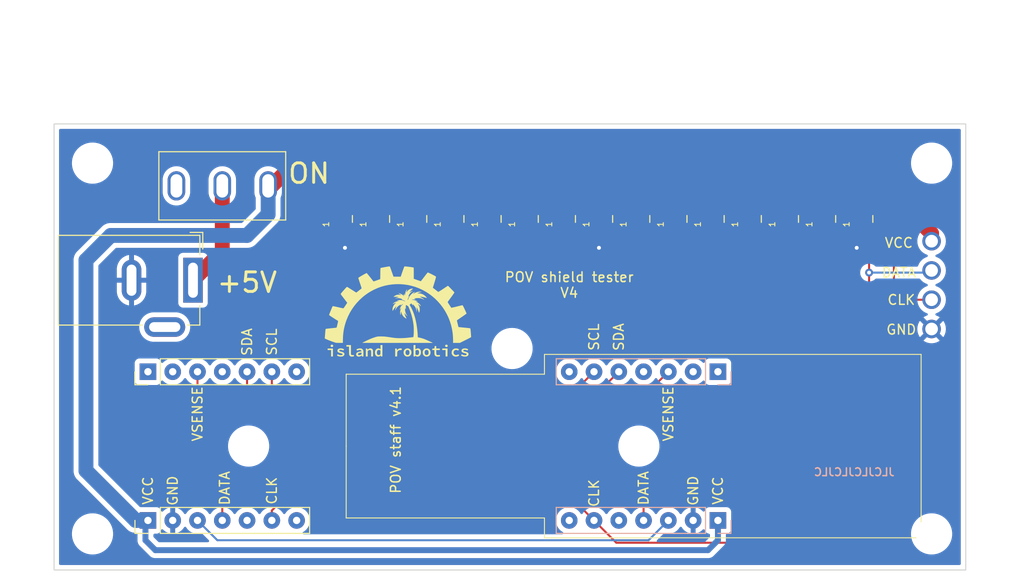
<source format=kicad_pcb>
(kicad_pcb (version 20211014) (generator pcbnew)
  (layers (0 "F.Cu" signal) (31 "B.Cu" signal) (34 "B.Paste" user) (35 "F.Paste" user) (36 "B.SilkS" user "B.Silkscreen") (37 "F.SilkS" user "F.Silkscreen") (38 "B.Mask" user) (39 "F.Mask" user) (44 "Edge.Cuts" user))
  (net 0 "")
  (net 1 "GNDREF")
  (net 2 "+3V3")
  (net 5 "/DATA")
  (net 6 "/CLK")
  (net 8 "/VSENSE")
  (net 17 "VCC")
  (net 19 "/SDA")
  (net 20 "/SCL")
  (net 21 "Net-(D1-Pad1)")
  (net 22 "Net-(D1-Pad6)")
  (net 23 "Net-(D2-Pad1)")
  (net 24 "Net-(D2-Pad6)")
  (net 25 "Net-(D3-Pad1)")
  (net 26 "Net-(D3-Pad6)")
  (net 27 "Net-(D4-Pad1)")
  (net 28 "Net-(D4-Pad6)")
  (net 29 "Net-(D5-Pad1)")
  (net 30 "Net-(D5-Pad6)")
  (net 31 "Net-(D6-Pad1)")
  (net 32 "Net-(D6-Pad6)")
  (net 33 "Net-(D7-Pad1)")
  (net 34 "Net-(D7-Pad6)")
  (net 35 "Net-(D8-Pad1)")
  (net 36 "Net-(D8-Pad6)")
  (net 37 "Net-(D10-Pad3)")
  (net 38 "Net-(D10-Pad4)")
  (net 39 "Net-(D10-Pad1)")
  (net 40 "Net-(D10-Pad6)")
  (net 41 "Net-(D11-Pad1)")
  (net 42 "Net-(D11-Pad6)")
  (net 43 "Net-(D12-Pad1)")
  (net 44 "Net-(D12-Pad6)")
  (net 45 "Net-(D13-Pad1)")
  (net 46 "Net-(D13-Pad6)")
  (net 47 "Net-(D14-Pad1)")
  (net 48 "Net-(D14-Pad6)")
  (net 52 "Net-(J6-Pad1)")
  (footprint "Shurik:SW_XKB_SS12D10L3" (layer "F.Cu") (at 63.5 74.93 180)
    (fp_text reference "SW1" hide)
    (fp_text value "SW_SPDT")
    (pad "1" thru_hole oval (at -4.7 0 180) (size 1.8 3) (drill oval 1.2 2.4) (layers *.Cu *.Mask) (net 17 "VCC"))
    (pad "2" thru_hole oval (at 0 0 180) (size 1.8 3) (drill oval 1.2 2.4) (layers *.Cu *.Mask) (net 52 "Net-(J6-Pad1)"))
    (pad "3" thru_hole oval (at 4.7 0 180) (size 1.8 3) (drill oval 1.2 2.4) (layers *.Cu *.Mask))
  )
  (footprint "Shurik:LED-SK9822-2020" (layer "F.Cu") (at 98.298 77.47 90)
    (fp_text reference "D9" hide)
    (fp_text value "SK9822-2020")
    (fp_text user "1" (at -1.4 -1.3 90) (layer "F.SilkS") (effects (font (size 0.6 0.6) (thickness 0.1))))
    (pad "1" smd rect (at -0.65 -0.8 90) (size 0.7 0.4) (layers "F.Cu" "F.Paste" "F.Mask") (net 37 "Net-(D10-Pad3)"))
    (pad "2" smd rect (at -0.65 0 90) (size 0.7 0.4) (layers "F.Cu" "F.Paste" "F.Mask") (net 1 "GNDREF"))
    (pad "3" smd rect (at -0.65 0.8 90) (size 0.7 0.4) (layers "F.Cu" "F.Paste" "F.Mask") (net 35 "Net-(D8-Pad1)"))
    (pad "4" smd rect (at 0.65 0.8 90) (size 0.7 0.4) (layers "F.Cu" "F.Paste" "F.Mask") (net 36 "Net-(D8-Pad6)"))
    (pad "5" smd rect (at 0.65 0 90) (size 0.7 0.4) (layers "F.Cu" "F.Paste" "F.Mask") (net 17 "VCC"))
    (pad "6" smd rect (at 0.65 -0.8 90) (size 0.7 0.4) (layers "F.Cu" "F.Paste" "F.Mask") (net 38 "Net-(D10-Pad4)"))
  )
  (footprint "Shurik:LED-SK9822-2020" (layer "F.Cu") (at 83.058 77.47 90)
    (fp_text reference "D13" hide)
    (fp_text value "SK9822-2020")
    (fp_text user "1" (at -1.4 -1.3 90) (layer "F.SilkS") (effects (font (size 0.6 0.6) (thickness 0.1))))
    (pad "1" smd rect (at -0.65 -0.8 90) (size 0.7 0.4) (layers "F.Cu" "F.Paste" "F.Mask") (net 45 "Net-(D13-Pad1)"))
    (pad "2" smd rect (at -0.65 0 90) (size 0.7 0.4) (layers "F.Cu" "F.Paste" "F.Mask") (net 1 "GNDREF"))
    (pad "3" smd rect (at -0.65 0.8 90) (size 0.7 0.4) (layers "F.Cu" "F.Paste" "F.Mask") (net 43 "Net-(D12-Pad1)"))
    (pad "4" smd rect (at 0.65 0.8 90) (size 0.7 0.4) (layers "F.Cu" "F.Paste" "F.Mask") (net 44 "Net-(D12-Pad6)"))
    (pad "5" smd rect (at 0.65 0 90) (size 0.7 0.4) (layers "F.Cu" "F.Paste" "F.Mask") (net 17 "VCC"))
    (pad "6" smd rect (at 0.65 -0.8 90) (size 0.7 0.4) (layers "F.Cu" "F.Paste" "F.Mask") (net 46 "Net-(D13-Pad6)"))
  )
  (footprint "Shurik:my_logo" (layer "F.Cu") (at 81.5 87.8)
    (fp_text reference "G***" hide)
    (fp_text value "LOGO" hide)
  )
  (footprint "MountingHole:MountingHole_3.2mm_M3" (layer "F.Cu") (at 106.2 101.6)
    (fp_text reference "REF**" hide)
    (fp_text value "MountingHole_3.2mm_M3")
    (pad "" np_thru_hole circle (at 0 0) (size 3.2 3.2) (drill 3.2) (layers *.Cu *.Mask))
  )
  (footprint "Connector_BarrelJack:BarrelJack_GCT_DCJ200-10-A_Horizontal" (layer "F.Cu") (at 60.5 84.6 -90)
    (fp_text reference "J6" hide)
    (fp_text value "Barrel_Jack_Switch")
    (pad "1" thru_hole rect (at 0 0 270) (size 4.6 2) (drill oval 3.6 1) (layers *.Cu *.Mask) (net 52 "Net-(J6-Pad1)"))
    (pad "2" thru_hole oval (at 0 6.3 270) (size 4.2 2) (drill oval 3.2 1) (layers *.Cu *.Mask) (net 1 "GNDREF"))
    (pad "3" thru_hole oval (at 4.8 2.9 270) (size 2 4.2) (drill oval 1 3.2) (layers *.Cu *.Mask))
  )
  (footprint "MountingHole:MountingHole_3.2mm_M3" (layer "F.Cu") (at 93.2 91.6)
    (fp_text reference "REF**" hide)
    (fp_text value "MountingHole_3.2mm_M3")
    (pad "" np_thru_hole circle (at 0 0) (size 3.2 3.2) (drill 3.2) (layers *.Cu *.Mask))
  )
  (footprint "MountingHole:MountingHole_3.2mm_M3" (layer "F.Cu") (at 50.2 110.6)
    (fp_text reference "REF**" hide)
    (fp_text value "MountingHole_3.2mm_M3")
    (pad "" np_thru_hole circle (at 0 0) (size 3.2 3.2) (drill 3.2) (layers *.Cu *.Mask))
  )
  (footprint "Shurik:LED-SK9822-2020" (layer "F.Cu") (at 102.108 77.47 90)
    (fp_text reference "D8" hide)
    (fp_text value "SK9822-2020")
    (fp_text user "1" (at -1.4 -1.3 90) (layer "F.SilkS") (effects (font (size 0.6 0.6) (thickness 0.1))))
    (pad "1" smd rect (at -0.65 -0.8 90) (size 0.7 0.4) (layers "F.Cu" "F.Paste" "F.Mask") (net 35 "Net-(D8-Pad1)"))
    (pad "2" smd rect (at -0.65 0 90) (size 0.7 0.4) (layers "F.Cu" "F.Paste" "F.Mask") (net 1 "GNDREF"))
    (pad "3" smd rect (at -0.65 0.8 90) (size 0.7 0.4) (layers "F.Cu" "F.Paste" "F.Mask") (net 33 "Net-(D7-Pad1)"))
    (pad "4" smd rect (at 0.65 0.8 90) (size 0.7 0.4) (layers "F.Cu" "F.Paste" "F.Mask") (net 34 "Net-(D7-Pad6)"))
    (pad "5" smd rect (at 0.65 0 90) (size 0.7 0.4) (layers "F.Cu" "F.Paste" "F.Mask") (net 17 "VCC"))
    (pad "6" smd rect (at 0.65 -0.8 90) (size 0.7 0.4) (layers "F.Cu" "F.Paste" "F.Mask") (net 36 "Net-(D8-Pad6)"))
  )
  (footprint "shurik-personal:PogoPinHeader_1x07_P2.54mm_Vertical" (layer "F.Cu") (at 55.88 109.22 90)
    (fp_text reference "J4" hide)
    (fp_text value "Conn_01x07")
    (pad "1" thru_hole rect (at 0 0 90) (size 1.7 1.7) (drill 0.75) (layers *.Cu *.Mask) (net 17 "VCC"))
    (pad "2" thru_hole oval (at 0 2.54 90) (size 1.7 1.7) (drill 0.75) (layers *.Cu *.Mask) (net 1 "GNDREF"))
    (pad "3" thru_hole oval (at 0 5.08 90) (size 1.7 1.7) (drill 0.75) (layers *.Cu *.Mask) (net 2 "+3V3"))
    (pad "4" thru_hole oval (at 0 7.62 90) (size 1.7 1.7) (drill 0.75) (layers *.Cu *.Mask) (net 5 "/DATA"))
    (pad "5" thru_hole oval (at 0 10.16 90) (size 1.7 1.7) (drill 0.75) (layers *.Cu *.Mask))
    (pad "6" thru_hole oval (at 0 12.7 90) (size 1.7 1.7) (drill 0.75) (layers *.Cu *.Mask) (net 6 "/CLK"))
    (pad "7" thru_hole oval (at 0 15.24 90) (size 1.7 1.7) (drill 0.75) (layers *.Cu *.Mask))
  )
  (footprint "Shurik:LED-SK9822-2020" (layer "F.Cu") (at 121.158 77.47 90)
    (fp_text reference "D3" hide)
    (fp_text value "SK9822-2020")
    (fp_text user "1" (at -1.4 -1.3 90) (layer "F.SilkS") (effects (font (size 0.6 0.6) (thickness 0.1))))
    (pad "1" smd rect (at -0.65 -0.8 90) (size 0.7 0.4) (layers "F.Cu" "F.Paste" "F.Mask") (net 25 "Net-(D3-Pad1)"))
    (pad "2" smd rect (at -0.65 0 90) (size 0.7 0.4) (layers "F.Cu" "F.Paste" "F.Mask") (net 1 "GNDREF"))
    (pad "3" smd rect (at -0.65 0.8 90) (size 0.7 0.4) (layers "F.Cu" "F.Paste" "F.Mask") (net 23 "Net-(D2-Pad1)"))
    (pad "4" smd rect (at 0.65 0.8 90) (size 0.7 0.4) (layers "F.Cu" "F.Paste" "F.Mask") (net 24 "Net-(D2-Pad6)"))
    (pad "5" smd rect (at 0.65 0 90) (size 0.7 0.4) (layers "F.Cu" "F.Paste" "F.Mask") (net 17 "VCC"))
    (pad "6" smd rect (at 0.65 -0.8 90) (size 0.7 0.4) (layers "F.Cu" "F.Paste" "F.Mask") (net 26 "Net-(D3-Pad6)"))
  )
  (footprint "MountingHole:MountingHole_3.2mm_M3" (layer "F.Cu") (at 136.2 110.6)
    (fp_text reference "REF**" hide)
    (fp_text value "MountingHole_3.2mm_M3")
    (pad "" np_thru_hole circle (at 0 0) (size 3.2 3.2) (drill 3.2) (layers *.Cu *.Mask))
  )
  (footprint "Shurik:LED-SK9822-2020" (layer "F.Cu") (at 75.438 77.47 90)
    (fp_text reference "D15" hide)
    (fp_text value "SK9822-2020")
    (fp_text user "1" (at -1.4 -1.3 90) (layer "F.SilkS") (effects (font (size 0.6 0.6) (thickness 0.1))))
    (pad "1" smd rect (at -0.65 -0.8 90) (size 0.7 0.4) (layers "F.Cu" "F.Paste" "F.Mask"))
    (pad "2" smd rect (at -0.65 0 90) (size 0.7 0.4) (layers "F.Cu" "F.Paste" "F.Mask") (net 1 "GNDREF"))
    (pad "3" smd rect (at -0.65 0.8 90) (size 0.7 0.4) (layers "F.Cu" "F.Paste" "F.Mask") (net 47 "Net-(D14-Pad1)"))
    (pad "4" smd rect (at 0.65 0.8 90) (size 0.7 0.4) (layers "F.Cu" "F.Paste" "F.Mask") (net 48 "Net-(D14-Pad6)"))
    (pad "5" smd rect (at 0.65 0 90) (size 0.7 0.4) (layers "F.Cu" "F.Paste" "F.Mask") (net 17 "VCC"))
    (pad "6" smd rect (at 0.65 -0.8 90) (size 0.7 0.4) (layers "F.Cu" "F.Paste" "F.Mask"))
  )
  (footprint "Shurik:LED-SK9822-2020" (layer "F.Cu") (at 128.778 77.47 90)
    (fp_text reference "D1" hide)
    (fp_text value "SK9822-2020")
    (fp_text user "1" (at -1.4 -1.3 90) (layer "F.SilkS") (effects (font (size 0.6 0.6) (thickness 0.1))))
    (pad "1" smd rect (at -0.65 -0.8 90) (size 0.7 0.4) (layers "F.Cu" "F.Paste" "F.Mask") (net 21 "Net-(D1-Pad1)"))
    (pad "2" smd rect (at -0.65 0 90) (size 0.7 0.4) (layers "F.Cu" "F.Paste" "F.Mask") (net 1 "GNDREF"))
    (pad "3" smd rect (at -0.65 0.8 90) (size 0.7 0.4) (layers "F.Cu" "F.Paste" "F.Mask") (net 5 "/DATA"))
    (pad "4" smd rect (at 0.65 0.8 90) (size 0.7 0.4) (layers "F.Cu" "F.Paste" "F.Mask") (net 6 "/CLK"))
    (pad "5" smd rect (at 0.65 0 90) (size 0.7 0.4) (layers "F.Cu" "F.Paste" "F.Mask") (net 17 "VCC"))
    (pad "6" smd rect (at 0.65 -0.8 90) (size 0.7 0.4) (layers "F.Cu" "F.Paste" "F.Mask") (net 22 "Net-(D1-Pad6)"))
  )
  (footprint "Shurik:LED-SK9822-2020" (layer "F.Cu") (at 79.248 77.47 90)
    (fp_text reference "D14" hide)
    (fp_text value "SK9822-2020")
    (fp_text user "1" (at -1.4 -1.3 90) (layer "F.SilkS") (effects (font (size 0.6 0.6) (thickness 0.1))))
    (pad "1" smd rect (at -0.65 -0.8 90) (size 0.7 0.4) (layers "F.Cu" "F.Paste" "F.Mask") (net 47 "Net-(D14-Pad1)"))
    (pad "2" smd rect (at -0.65 0 90) (size 0.7 0.4) (layers "F.Cu" "F.Paste" "F.Mask") (net 1 "GNDREF"))
    (pad "3" smd rect (at -0.65 0.8 90) (size 0.7 0.4) (layers "F.Cu" "F.Paste" "F.Mask") (net 45 "Net-(D13-Pad1)"))
    (pad "4" smd rect (at 0.65 0.8 90) (size 0.7 0.4) (layers "F.Cu" "F.Paste" "F.Mask") (net 46 "Net-(D13-Pad6)"))
    (pad "5" smd rect (at 0.65 0 90) (size 0.7 0.4) (layers "F.Cu" "F.Paste" "F.Mask") (net 17 "VCC"))
    (pad "6" smd rect (at 0.65 -0.8 90) (size 0.7 0.4) (layers "F.Cu" "F.Paste" "F.Mask") (net 48 "Net-(D14-Pad6)"))
  )
  (footprint "shurik-personal:connector-4p-large-nosilk" (layer "F.Cu") (at 136.2 80.6)
    (fp_text reference "J5" hide)
    (fp_text value "Conn_01x04")
    (pad "1" thru_hole circle (at 0 0) (size 1.9 1.9) (drill 1.3) (layers *.Cu *.Mask) (net 17 "VCC"))
    (pad "2" thru_hole circle (at 0 3) (size 1.9 1.9) (drill 1.3) (layers *.Cu *.Mask) (net 5 "/DATA"))
    (pad "3" thru_hole circle (at 0 6) (size 1.9 1.9) (drill 1.3) (layers *.Cu *.Mask) (net 6 "/CLK"))
    (pad "4" thru_hole circle (at 0 9) (size 1.9 1.9) (drill 1.3) (layers *.Cu *.Mask) (net 1 "GNDREF"))
  )
  (footprint "shurik-personal:PogoPinHeader_1x07_P2.54mm_Vertical" (layer "F.Cu") (at 55.88 93.98 90)
    (fp_text reference "J2" hide)
    (fp_text value "Conn_01x07")
    (pad "1" thru_hole rect (at 0 0 90) (size 1.7 1.7) (drill 0.75) (layers *.Cu *.Mask))
    (pad "2" thru_hole oval (at 0 2.54 90) (size 1.7 1.7) (drill 0.75) (layers *.Cu *.Mask))
    (pad "3" thru_hole oval (at 0 5.08 90) (size 1.7 1.7) (drill 0.75) (layers *.Cu *.Mask) (net 8 "/VSENSE"))
    (pad "4" thru_hole oval (at 0 7.62 90) (size 1.7 1.7) (drill 0.75) (layers *.Cu *.Mask))
    (pad "5" thru_hole oval (at 0 10.16 90) (size 1.7 1.7) (drill 0.75) (layers *.Cu *.Mask) (net 19 "/SDA"))
    (pad "6" thru_hole oval (at 0 12.7 90) (size 1.7 1.7) (drill 0.75) (layers *.Cu *.Mask) (net 20 "/SCL"))
    (pad "7" thru_hole oval (at 0 15.24 90) (size 1.7 1.7) (drill 0.75) (layers *.Cu *.Mask))
  )
  (footprint "MountingHole:MountingHole_3.2mm_M3" (layer "F.Cu") (at 66.2 101.6)
    (fp_text reference "REF**" hide)
    (fp_text value "MountingHole_3.2mm_M3")
    (pad "" np_thru_hole circle (at 0 0) (size 3.2 3.2) (drill 3.2) (layers *.Cu *.Mask))
  )
  (footprint "Shurik:LED-SK9822-2020" (layer "F.Cu") (at 86.868 77.47 90)
    (fp_text reference "D12" hide)
    (fp_text value "SK9822-2020")
    (fp_text user "1" (at -1.4 -1.3 90) (layer "F.SilkS") (effects (font (size 0.6 0.6) (thickness 0.1))))
    (pad "1" smd rect (at -0.65 -0.8 90) (size 0.7 0.4) (layers "F.Cu" "F.Paste" "F.Mask") (net 43 "Net-(D12-Pad1)"))
    (pad "2" smd rect (at -0.65 0 90) (size 0.7 0.4) (layers "F.Cu" "F.Paste" "F.Mask") (net 1 "GNDREF"))
    (pad "3" smd rect (at -0.65 0.8 90) (size 0.7 0.4) (layers "F.Cu" "F.Paste" "F.Mask") (net 41 "Net-(D11-Pad1)"))
    (pad "4" smd rect (at 0.65 0.8 90) (size 0.7 0.4) (layers "F.Cu" "F.Paste" "F.Mask") (net 42 "Net-(D11-Pad6)"))
    (pad "5" smd rect (at 0.65 0 90) (size 0.7 0.4) (layers "F.Cu" "F.Paste" "F.Mask") (net 17 "VCC"))
    (pad "6" smd rect (at 0.65 -0.8 90) (size 0.7 0.4) (layers "F.Cu" "F.Paste" "F.Mask") (net 44 "Net-(D12-Pad6)"))
  )
  (footprint "Shurik:LED-SK9822-2020" (layer "F.Cu") (at 124.968 77.47 90)
    (fp_text reference "D2" hide)
    (fp_text value "SK9822-2020")
    (fp_text user "1" (at -1.4 -1.3 90) (layer "F.SilkS") (effects (font (size 0.6 0.6) (thickness 0.1))))
    (pad "1" smd rect (at -0.65 -0.8 90) (size 0.7 0.4) (layers "F.Cu" "F.Paste" "F.Mask") (net 23 "Net-(D2-Pad1)"))
    (pad "2" smd rect (at -0.65 0 90) (size 0.7 0.4) (layers "F.Cu" "F.Paste" "F.Mask") (net 1 "GNDREF"))
    (pad "3" smd rect (at -0.65 0.8 90) (size 0.7 0.4) (layers "F.Cu" "F.Paste" "F.Mask") (net 21 "Net-(D1-Pad1)"))
    (pad "4" smd rect (at 0.65 0.8 90) (size 0.7 0.4) (layers "F.Cu" "F.Paste" "F.Mask") (net 22 "Net-(D1-Pad6)"))
    (pad "5" smd rect (at 0.65 0 90) (size 0.7 0.4) (layers "F.Cu" "F.Paste" "F.Mask") (net 17 "VCC"))
    (pad "6" smd rect (at 0.65 -0.8 90) (size 0.7 0.4) (layers "F.Cu" "F.Paste" "F.Mask") (net 24 "Net-(D2-Pad6)"))
  )
  (footprint "Shurik:LED-SK9822-2020" (layer "F.Cu") (at 113.538 77.47 90)
    (fp_text reference "D5" hide)
    (fp_text value "SK9822-2020")
    (fp_text user "1" (at -1.4 -1.3 90) (layer "F.SilkS") (effects (font (size 0.6 0.6) (thickness 0.1))))
    (pad "1" smd rect (at -0.65 -0.8 90) (size 0.7 0.4) (layers "F.Cu" "F.Paste" "F.Mask") (net 29 "Net-(D5-Pad1)"))
    (pad "2" smd rect (at -0.65 0 90) (size 0.7 0.4) (layers "F.Cu" "F.Paste" "F.Mask") (net 1 "GNDREF"))
    (pad "3" smd rect (at -0.65 0.8 90) (size 0.7 0.4) (layers "F.Cu" "F.Paste" "F.Mask") (net 27 "Net-(D4-Pad1)"))
    (pad "4" smd rect (at 0.65 0.8 90) (size 0.7 0.4) (layers "F.Cu" "F.Paste" "F.Mask") (net 28 "Net-(D4-Pad6)"))
    (pad "5" smd rect (at 0.65 0 90) (size 0.7 0.4) (layers "F.Cu" "F.Paste" "F.Mask") (net 17 "VCC"))
    (pad "6" smd rect (at 0.65 -0.8 90) (size 0.7 0.4) (layers "F.Cu" "F.Paste" "F.Mask") (net 30 "Net-(D5-Pad6)"))
  )
  (footprint "MountingHole:MountingHole_3.2mm_M3" (layer "F.Cu") (at 50.2 72.6)
    (fp_text reference "REF**" hide)
    (fp_text value "MountingHole_3.2mm_M3")
    (pad "" np_thru_hole circle (at 0 0) (size 3.2 3.2) (drill 3.2) (layers *.Cu *.Mask))
  )
  (footprint "MountingHole:MountingHole_3.2mm_M3" (layer "F.Cu") (at 136.2 72.6)
    (fp_text reference "REF**" hide)
    (fp_text value "MountingHole_3.2mm_M3")
    (pad "" np_thru_hole circle (at 0 0) (size 3.2 3.2) (drill 3.2) (layers *.Cu *.Mask))
  )
  (footprint "Shurik:LED-SK9822-2020" (layer "F.Cu") (at 105.918 77.47 90)
    (fp_text reference "D7" hide)
    (fp_text value "SK9822-2020")
    (fp_text user "1" (at -1.4 -1.3 90) (layer "F.SilkS") (effects (font (size 0.6 0.6) (thickness 0.1))))
    (pad "1" smd rect (at -0.65 -0.8 90) (size 0.7 0.4) (layers "F.Cu" "F.Paste" "F.Mask") (net 33 "Net-(D7-Pad1)"))
    (pad "2" smd rect (at -0.65 0 90) (size 0.7 0.4) (layers "F.Cu" "F.Paste" "F.Mask") (net 1 "GNDREF"))
    (pad "3" smd rect (at -0.65 0.8 90) (size 0.7 0.4) (layers "F.Cu" "F.Paste" "F.Mask") (net 31 "Net-(D6-Pad1)"))
    (pad "4" smd rect (at 0.65 0.8 90) (size 0.7 0.4) (layers "F.Cu" "F.Paste" "F.Mask") (net 32 "Net-(D6-Pad6)"))
    (pad "5" smd rect (at 0.65 0 90) (size 0.7 0.4) (layers "F.Cu" "F.Paste" "F.Mask") (net 17 "VCC"))
    (pad "6" smd rect (at 0.65 -0.8 90) (size 0.7 0.4) (layers "F.Cu" "F.Paste" "F.Mask") (net 34 "Net-(D7-Pad6)"))
  )
  (footprint "Shurik:LED-SK9822-2020" (layer "F.Cu") (at 90.678 77.47 90)
    (fp_text reference "D11" hide)
    (fp_text value "SK9822-2020")
    (fp_text user "1" (at -1.4 -1.3 90) (layer "F.SilkS") (effects (font (size 0.6 0.6) (thickness 0.1))))
    (pad "1" smd rect (at -0.65 -0.8 90) (size 0.7 0.4) (layers "F.Cu" "F.Paste" "F.Mask") (net 41 "Net-(D11-Pad1)"))
    (pad "2" smd rect (at -0.65 0 90) (size 0.7 0.4) (layers "F.Cu" "F.Paste" "F.Mask") (net 1 "GNDREF"))
    (pad "3" smd rect (at -0.65 0.8 90) (size 0.7 0.4) (layers "F.Cu" "F.Paste" "F.Mask") (net 39 "Net-(D10-Pad1)"))
    (pad "4" smd rect (at 0.65 0.8 90) (size 0.7 0.4) (layers "F.Cu" "F.Paste" "F.Mask") (net 40 "Net-(D10-Pad6)"))
    (pad "5" smd rect (at 0.65 0 90) (size 0.7 0.4) (layers "F.Cu" "F.Paste" "F.Mask") (net 17 "VCC"))
    (pad "6" smd rect (at 0.65 -0.8 90) (size 0.7 0.4) (layers "F.Cu" "F.Paste" "F.Mask") (net 42 "Net-(D11-Pad6)"))
  )
  (footprint "Shurik:LED-SK9822-2020" (layer "F.Cu") (at 117.348 77.47 90)
    (fp_text reference "D4" hide)
    (fp_text value "SK9822-2020")
    (fp_text user "1" (at -1.4 -1.3 90) (layer "F.SilkS") (effects (font (size 0.6 0.6) (thickness 0.1))))
    (pad "1" smd rect (at -0.65 -0.8 90) (size 0.7 0.4) (layers "F.Cu" "F.Paste" "F.Mask") (net 27 "Net-(D4-Pad1)"))
    (pad "2" smd rect (at -0.65 0 90) (size 0.7 0.4) (layers "F.Cu" "F.Paste" "F.Mask") (net 1 "GNDREF"))
    (pad "3" smd rect (at -0.65 0.8 90) (size 0.7 0.4) (layers "F.Cu" "F.Paste" "F.Mask") (net 25 "Net-(D3-Pad1)"))
    (pad "4" smd rect (at 0.65 0.8 90) (size 0.7 0.4) (layers "F.Cu" "F.Paste" "F.Mask") (net 26 "Net-(D3-Pad6)"))
    (pad "5" smd rect (at 0.65 0 90) (size 0.7 0.4) (layers "F.Cu" "F.Paste" "F.Mask") (net 17 "VCC"))
    (pad "6" smd rect (at 0.65 -0.8 90) (size 0.7 0.4) (layers "F.Cu" "F.Paste" "F.Mask") (net 28 "Net-(D4-Pad6)"))
  )
  (footprint "Shurik:LED-SK9822-2020" (layer "F.Cu") (at 94.488 77.47 90)
    (fp_text reference "D10" hide)
    (fp_text value "SK9822-2020")
    (fp_text user "1" (at -1.4 -1.3 90) (layer "F.SilkS") (effects (font (size 0.6 0.6) (thickness 0.1))))
    (pad "1" smd rect (at -0.65 -0.8 90) (size 0.7 0.4) (layers "F.Cu" "F.Paste" "F.Mask") (net 39 "Net-(D10-Pad1)"))
    (pad "2" smd rect (at -0.65 0 90) (size 0.7 0.4) (layers "F.Cu" "F.Paste" "F.Mask") (net 1 "GNDREF"))
    (pad "3" smd rect (at -0.65 0.8 90) (size 0.7 0.4) (layers "F.Cu" "F.Paste" "F.Mask") (net 37 "Net-(D10-Pad3)"))
    (pad "4" smd rect (at 0.65 0.8 90) (size 0.7 0.4) (layers "F.Cu" "F.Paste" "F.Mask") (net 38 "Net-(D10-Pad4)"))
    (pad "5" smd rect (at 0.65 0 90) (size 0.7 0.4) (layers "F.Cu" "F.Paste" "F.Mask") (net 17 "VCC"))
    (pad "6" smd rect (at 0.65 -0.8 90) (size 0.7 0.4) (layers "F.Cu" "F.Paste" "F.Mask") (net 40 "Net-(D10-Pad6)"))
  )
  (footprint "Shurik:LED-SK9822-2020" (layer "F.Cu") (at 109.728 77.47 90)
    (fp_text reference "D6" hide)
    (fp_text value "SK9822-2020")
    (fp_text user "1" (at -1.4 -1.3 90) (layer "F.SilkS") (effects (font (size 0.6 0.6) (thickness 0.1))))
    (pad "1" smd rect (at -0.65 -0.8 90) (size 0.7 0.4) (layers "F.Cu" "F.Paste" "F.Mask") (net 31 "Net-(D6-Pad1)"))
    (pad "2" smd rect (at -0.65 0 90) (size 0.7 0.4) (layers "F.Cu" "F.Paste" "F.Mask") (net 1 "GNDREF"))
    (pad "3" smd rect (at -0.65 0.8 90) (size 0.7 0.4) (layers "F.Cu" "F.Paste" "F.Mask") (net 29 "Net-(D5-Pad1)"))
    (pad "4" smd rect (at 0.65 0.8 90) (size 0.7 0.4) (layers "F.Cu" "F.Paste" "F.Mask") (net 30 "Net-(D5-Pad6)"))
    (pad "5" smd rect (at 0.65 0 90) (size 0.7 0.4) (layers "F.Cu" "F.Paste" "F.Mask") (net 17 "VCC"))
    (pad "6" smd rect (at 0.65 -0.8 90) (size 0.7 0.4) (layers "F.Cu" "F.Paste" "F.Mask") (net 32 "Net-(D6-Pad6)"))
  )
  (footprint "shurik-personal:PogoPinHeader_1x07_P2.54mm_Vertical" (layer "B.Cu") (at 114.3 109.22 90)
    (fp_text reference "J3" hide)
    (fp_text value "Conn_01x07")
    (pad "1" thru_hole rect (at 0 0 90) (size 1.7 1.7) (drill 0.75) (layers *.Cu *.Mask) (net 17 "VCC"))
    (pad "2" thru_hole oval (at 0 -2.54 90) (size 1.7 1.7) (drill 0.75) (layers *.Cu *.Mask) (net 1 "GNDREF"))
    (pad "3" thru_hole oval (at 0 -5.08 90) (size 1.7 1.7) (drill 0.75) (layers *.Cu *.Mask) (net 2 "+3V3"))
    (pad "4" thru_hole oval (at 0 -7.62 90) (size 1.7 1.7) (drill 0.75) (layers *.Cu *.Mask) (net 5 "/DATA"))
    (pad "5" thru_hole oval (at 0 -10.16 90) (size 1.7 1.7) (drill 0.75) (layers *.Cu *.Mask))
    (pad "6" thru_hole oval (at 0 -12.7 90) (size 1.7 1.7) (drill 0.75) (layers *.Cu *.Mask) (net 6 "/CLK"))
    (pad "7" thru_hole oval (at 0 -15.24 90) (size 1.7 1.7) (drill 0.75) (layers *.Cu *.Mask))
  )
  (footprint "shurik-personal:PogoPinHeader_1x07_P2.54mm_Vertical" (layer "B.Cu") (at 114.3 93.98 90)
    (fp_text reference "J1" hide)
    (fp_text value "Conn_01x07")
    (pad "1" thru_hole rect (at 0 0 90) (size 1.7 1.7) (drill 0.75) (layers *.Cu *.Mask))
    (pad "2" thru_hole oval (at 0 -2.54 90) (size 1.7 1.7) (drill 0.75) (layers *.Cu *.Mask))
    (pad "3" thru_hole oval (at 0 -5.08 90) (size 1.7 1.7) (drill 0.75) (layers *.Cu *.Mask) (net 8 "/VSENSE"))
    (pad "4" thru_hole oval (at 0 -7.62 90) (size 1.7 1.7) (drill 0.75) (layers *.Cu *.Mask))
    (pad "5" thru_hole oval (at 0 -10.16 90) (size 1.7 1.7) (drill 0.75) (layers *.Cu *.Mask) (net 19 "/SDA"))
    (pad "6" thru_hole oval (at 0 -12.7 90) (size 1.7 1.7) (drill 0.75) (layers *.Cu *.Mask) (net 20 "/SCL"))
    (pad "7" thru_hole oval (at 0 -15.24 90) (size 1.7 1.7) (drill 0.75) (layers *.Cu *.Mask))
  )
  (gr_line (start 76.2 108.966) (end 76.2 101.6) (layer "F.SilkS") (width 0.1))
  (gr_line (start 76.2 94.234) (end 96.52 94.234) (layer "F.SilkS") (width 0.1))
  (gr_line (start 96.52 108.966) (end 96.52 110.998) (layer "F.SilkS") (width 0.1))
  (gr_line (start 96.52 92.202) (end 96.52 94.234) (layer "F.SilkS") (width 0.1))
  (gr_line (start 76.2 101.6) (end 76.2 94.234) (layer "F.SilkS") (width 0.1))
  (gr_line (start 135.128 92.202) (end 135.128 110.998) (layer "F.SilkS") (width 0.1))
  (gr_line (start 135.128 110.998) (end 96.52 110.998) (layer "F.SilkS") (width 0.1))
  (gr_line (start 76.2 108.966) (end 96.52 108.966) (layer "F.SilkS") (width 0.1))
  (gr_line (start 96.52 92.202) (end 135.128 92.202) (layer "F.SilkS") (width 0.1))
  (gr_rect (start 46.26 114.3) (end 139.7 68.58) (layer "Edge.Cuts") (width 0.1) (fill none))
  (gr_text "JLCJLCJLCJLC" (at 128.27 104.267) (layer "B.SilkS") (effects (font (size 0.8 0.8)) (justify mirror)))
  (gr_text "+5V" (at 66.04 84.836) (layer "F.SilkS") (effects (font (size 2 2) (thickness 0.3))))
  (gr_text "DATA" (at 106.68 105.918 90) (layer "F.SilkS") (effects (font (size 1 1))))
  (gr_text "CLK" (at 133.096 86.614) (layer "F.SilkS") (effects (font (size 1 1))))
  (gr_text "POV staff v4.1" (at 81.28 100.965 90) (layer "F.SilkS") (effects (font (size 1 1))))
  (gr_text "ON" (at 72.39 73.66) (layer "F.SilkS") (effects (font (size 2 2) (thickness 0.3))))
  (gr_text "VCC" (at 114.3 106.172 90) (layer "F.SilkS") (effects (font (size 1 1))))
  (gr_text "VCC" (at 132.842 80.772) (layer "F.SilkS") (effects (font (size 1 1))))
  (gr_text "POV shield tester\nV4" (at 99.06 85.09) (layer "F.SilkS") (effects (font (size 1 1))))
  (gr_text "DATA" (at 63.754 105.918 90) (layer "F.SilkS") (effects (font (size 1 1))))
  (gr_text "GND" (at 111.76 106.172 90) (layer "F.SilkS") (effects (font (size 1 1))))
  (gr_text "SCL" (at 68.58 90.932 90) (layer "F.SilkS") (effects (font (size 1 1))))
  (gr_text "CLK" (at 68.58 106.172 90) (layer "F.SilkS") (effects (font (size 1 1))))
  (gr_text "CLK" (at 101.6 106.426 90) (layer "F.SilkS") (effects (font (size 1 1))))
  (gr_text "GND" (at 58.42 106.172 90) (layer "F.SilkS") (effects (font (size 1 1))))
  (gr_text "DATA" (at 132.842 83.82) (layer "F.SilkS") (effects (font (size 1 1))))
  (gr_text "VSENSE" (at 109.22 98.298 90) (layer "F.SilkS") (effects (font (size 1 1))))
  (gr_text "VSENSE" (at 60.96 98.298 90) (layer "F.SilkS") (effects (font (size 1 1))))
  (gr_text "SDA" (at 104.14 90.424 90) (layer "F.SilkS") (effects (font (size 1 1))))
  (gr_text "SCL" (at 101.6 90.424 90) (layer "F.SilkS") (effects (font (size 1 1))))
  (gr_text "VCC" (at 55.88 106.172 90) (layer "F.SilkS") (effects (font (size 1 1))))
  (gr_text "GND" (at 133.096 89.662) (layer "F.SilkS") (effects (font (size 1 1))))
  (gr_text "SDA" (at 66.04 90.932 90) (layer "F.SilkS") (effects (font (size 1 1))))
  (segment (start 121.793 81.28) (end 117.348 81.28) (width 1.524) (layer "F.Cu") (net 1))
  (segment (start 79.248 80.645) (end 79.883 81.28) (width 0.3048) (layer "F.Cu") (net 1))
  (segment (start 113.538 78.12) (end 113.538 81.28) (width 0.3048) (layer "F.Cu") (net 1))
  (segment (start 86.868 80.645) (end 86.233 81.28) (width 0.3048) (layer "F.Cu") (net 1))
  (segment (start 121.158 78.12) (end 121.158 80.645) (width 0.3048) (layer "F.Cu") (net 1))
  (segment (start 86.868 78.12) (end 86.868 80.645) (width 0.3048) (layer "F.Cu") (net 1))
  (segment (start 83.693 81.28) (end 79.883 81.28) (width 1.524) (layer "F.Cu") (net 1))
  (segment (start 113.538 81.28) (end 110.363 81.28) (width 1.524) (layer "F.Cu") (net 1))
  (segment (start 75.438 80.645) (end 76.073 81.28) (width 0.3048) (layer "F.Cu") (net 1))
  (segment (start 117.348 78.12) (end 117.348 81.28) (width 0.3048) (layer "F.Cu") (net 1))
  (segment (start 128.778 78.12) (end 128.778 81.026) (width 0.3048) (layer "F.Cu") (net 1))
  (segment (start 90.678 81.28) (end 86.233 81.28) (width 1.524) (layer "F.Cu") (net 1))
  (segment (start 105.918 78.12) (end 105.918 80.645) (width 0.3048) (layer "F.Cu") (net 1))
  (segment (start 98.298 78.12) (end 98.298 80.645) (width 0.3048) (layer "F.Cu") (net 1))
  (segment (start 105.283 81.28) (end 102.108 81.28) (width 1.524) (layer "F.Cu") (net 1))
  (segment (start 128.778 81.026) (end 128.524 81.28) (width 0.3048) (layer "F.Cu") (net 1))
  (segment (start 86.233 81.28) (end 83.693 81.28) (width 1.524) (layer "F.Cu") (net 1))
  (segment (start 102.108 81.28) (end 97.663 81.28) (width 1.524) (layer "F.Cu") (net 1))
  (segment (start 94.488 78.12) (end 94.488 81.28) (width 0.3048) (layer "F.Cu") (net 1))
  (segment (start 110.363 81.28) (end 105.283 81.28) (width 1.524) (layer "F.Cu") (net 1))
  (segment (start 94.488 81.28) (end 90.678 81.28) (width 1.524) (layer "F.Cu") (net 1))
  (segment (start 83.058 80.645) (end 83.693 81.28) (width 0.3048) (layer "F.Cu") (net 1))
  (segment (start 121.158 80.645) (end 121.793 81.28) (width 0.3048) (layer "F.Cu") (net 1))
  (segment (start 79.883 81.28) (end 76.073 81.28) (width 1.524) (layer "F.Cu") (net 1))
  (segment (start 109.728 78.12) (end 109.728 80.645) (width 0.3048) (layer "F.Cu") (net 1))
  (segment (start 105.918 80.645) (end 105.283 81.28) (width 0.3048) (layer "F.Cu") (net 1))
  (segment (start 83.058 78.12) (end 83.058 80.645) (width 0.3048) (layer "F.Cu") (net 1))
  (segment (start 75.438 78.12) (end 75.438 80.645) (width 0.3048) (layer "F.Cu") (net 1))
  (segment (start 90.678 78.12) (end 90.678 81.28) (width 0.3048) (layer "F.Cu") (net 1))
  (segment (start 124.968 78.12) (end 124.968 81.28) (width 0.3048) (layer "F.Cu") (net 1))
  (segment (start 102.108 78.12) (end 102.108 81.28) (width 0.3048) (layer "F.Cu") (net 1))
  (segment (start 109.728 80.645) (end 110.363 81.28) (width 0.3048) (layer "F.Cu") (net 1))
  (segment (start 117.348 81.28) (end 113.538 81.28) (width 1.524) (layer "F.Cu") (net 1))
  (segment (start 124.968 81.28) (end 121.793 81.28) (width 1.524) (layer "F.Cu") (net 1))
  (segment (start 98.298 80.645) (end 97.663 81.28) (width 0.3048) (layer "F.Cu") (net 1))
  (segment (start 128.524 81.28) (end 124.968 81.28) (width 1.524) (layer "F.Cu") (net 1))
  (segment (start 97.663 81.28) (end 94.488 81.28) (width 1.524) (layer "F.Cu") (net 1))
  (segment (start 79.248 78.12) (end 79.248 80.645) (width 0.3048) (layer "F.Cu") (net 1))
  (via (at 102.108 81.28) (size 0.8) (drill 0.4) (layers "F.Cu" "B.Cu") (net 1))
  (via (at 128.524 81.28) (size 0.8) (drill 0.4) (layers "F.Cu" "B.Cu") (net 1))
  (via (at 76.073 81.28) (size 0.8) (drill 0.4) (layers "F.Cu" "B.Cu") (net 1))
  (segment (start 60.96 109.22) (end 62.992 111.252) (width 0.2032) (layer "B.Cu") (net 2))
  (segment (start 107.188 111.252) (end 62.992 111.252) (width 0.2032) (layer "B.Cu") (net 2))
  (segment (start 109.22 109.22) (end 107.188 111.252) (width 0.2032) (layer "B.Cu") (net 2))
  (segment (start 129.794 83.82) (end 129.794 89.662) (width 0.2032) (layer "F.Cu") (net 5))
  (segment (start 129.794 78.336) (end 129.794 83.82) (width 0.2032) (layer "F.Cu") (net 5))
  (segment (start 63.5 109.22) (end 63.5 107.696) (width 0.2032) (layer "F.Cu") (net 5))
  (segment (start 129.578 78.12) (end 129.794 78.336) (width 0.2032) (layer "F.Cu") (net 5))
  (segment (start 129.794 89.662) (end 112.776 106.68) (width 0.2032) (layer "F.Cu") (net 5))
  (segment (start 64.516 106.68) (end 112.776 106.68) (width 0.2032) (layer "F.Cu") (net 5))
  (segment (start 63.5 107.696) (end 64.516 106.68) (width 0.2032) (layer "F.Cu") (net 5))
  (segment (start 106.68 106.68) (end 106.68 109.22) (width 0.2032) (layer "F.Cu") (net 5))
  (via (at 129.794 83.82) (size 0.8) (drill 0.4) (layers "F.Cu" "B.Cu") (net 5))
  (segment (start 129.794 83.82) (end 135.98 83.82) (width 0.2032) (layer "B.Cu") (net 5))
  (segment (start 69.342 107.442) (end 99.822 107.442) (width 0.2032) (layer "F.Cu") (net 6))
  (segment (start 132.334 78.734) (end 130.42 76.82) (width 0.2032) (layer "F.Cu") (net 6))
  (segment (start 68.58 108.204) (end 69.342 107.442) (width 0.2032) (layer "F.Cu") (net 6))
  (segment (start 117.094 111.506) (end 132.334 96.266) (width 0.2032) (layer "F.Cu") (net 6))
  (segment (start 136.2 86.6) (end 132.348 86.6) (width 0.2032) (layer "F.Cu") (net 6))
  (segment (start 132.334 96.266) (end 132.334 86.614) (width 0.2032) (layer "F.Cu") (net 6))
  (segment (start 101.6 109.22) (end 103.886 111.506) (width 0.2032) (layer "F.Cu") (net 6))
  (segment (start 99.822 107.442) (end 101.6 109.22) (width 0.2032) (layer "F.Cu") (net 6))
  (segment (start 68.58 109.22) (end 68.58 108.204) (width 0.2032) (layer "F.Cu") (net 6))
  (segment (start 132.348 86.6) (end 132.334 86.614) (width 0.2032) (layer "F.Cu") (net 6))
  (segment (start 130.42 76.82) (end 129.578 76.82) (width 0.2032) (layer "F.Cu") (net 6))
  (segment (start 103.886 111.506) (end 117.094 111.506) (width 0.2032) (layer "F.Cu") (net 6))
  (segment (start 132.334 86.614) (end 132.334 78.734) (width 0.2032) (layer "F.Cu") (net 6))
  (segment (start 105.918 97.282) (end 109.22 93.98) (width 0.2032) (layer "F.Cu") (net 8))
  (segment (start 60.96 93.98) (end 60.96 96.774) (width 0.2032) (layer "F.Cu") (net 8))
  (segment (start 60.96 96.774) (end 61.468 97.282) (width 0.2032) (layer "F.Cu") (net 8))
  (segment (start 61.468 97.282) (end 105.918 97.282) (width 0.2032) (layer "F.Cu") (net 8))
  (segment (start 79.883 73.66) (end 76.073 73.66) (width 1.524) (layer "F.Cu") (net 17))
  (segment (start 75.438 74.295) (end 76.073 73.66) (width 0.3048) (layer "F.Cu") (net 17))
  (segment (start 68.58 74.93) (end 69.85 73.66) (width 1.524) (layer "F.Cu") (net 17))
  (segment (start 130.048 73.66) (end 128.778 73.66) (width 1.524) (layer "F.Cu") (net 17))
  (segment (start 102.108 74.295) (end 101.473 73.66) (width 0.3048) (layer "F.Cu") (net 17))
  (segment (start 117.348 76.82) (end 117.348 73.66) (width 0.3048) (layer "F.Cu") (net 17))
  (segment (start 112.903 73.66) (end 109.728 73.66) (width 1.524) (layer "F.Cu") (net 17))
  (segment (start 105.918 76.82) (end 105.918 73.66) (width 0.3048) (layer "F.Cu") (net 17))
  (segment (start 102.108 76.82) (end 102.108 74.295) (width 0.3048) (layer "F.Cu") (net 17))
  (segment (start 109.728 76.82) (end 109.728 73.66) (width 0.3048) (layer "F.Cu") (net 17))
  (segment (start 128.778 73.66) (end 128.778 76.82) (width 0.3048) (layer "F.Cu") (net 17))
  (segment (start 95.123 73.66) (end 91.313 73.66) (width 1.524) (layer "F.Cu") (net 17))
  (segment (start 101.473 73.66) (end 98.933 73.66) (width 1.524) (layer "F.Cu") (net 17))
  (segment (start 90.678 76.82) (end 90.678 74.295) (width 0.3048) (layer "F.Cu") (net 17))
  (segment (start 83.058 76.82) (end 83.058 74.295) (width 0.3048) (layer "F.Cu") (net 17))
  (segment (start 75.438 76.82) (end 75.438 74.295) (width 0.3048) (layer "F.Cu") (net 17))
  (segment (start 86.868 76.82) (end 86.868 74.295) (width 0.3048) (layer "F.Cu") (net 17))
  (segment (start 124.968 76.82) (end 124.968 73.66) (width 0.3048) (layer "F.Cu") (net 17))
  (segment (start 91.313 73.66) (end 87.503 73.66) (width 1.524) (layer "F.Cu") (net 17))
  (segment (start 121.158 74.295) (end 121.793 73.66) (width 0.3048) (layer "F.Cu") (net 17))
  (segment (start 98.298 74.295) (end 98.933 73.66) (width 0.3048) (layer "F.Cu") (net 17))
  (segment (start 86.868 74.295) (end 87.503 73.66) (width 0.3048) (layer "F.Cu") (net 17))
  (segment (start 83.693 73.66) (end 79.883 73.66) (width 1.524) (layer "F.Cu") (net 17))
  (segment (start 94.488 76.82) (end 94.488 74.295) (width 0.3048) (layer "F.Cu") (net 17))
  (segment (start 68.2 74.93) (end 68.58 74.93) (width 1.524) (layer "F.Cu") (net 17))
  (segment (start 79.248 74.295) (end 79.883 73.66) (width 0.3048) (layer "F.Cu") (net 17))
  (segment (start 121.158 76.82) (end 121.158 74.295) (width 0.3048) (layer "F.Cu") (net 17))
  (segment (start 128.778 73.66) (end 124.968 73.66) (width 1.524) (layer "F.Cu") (net 17))
  (segment (start 113.538 76.82) (end 113.538 74.295) (width 0.3048) (layer "F.Cu") (net 17))
  (segment (start 109.728 73.66) (end 105.918 73.66) (width 1.524) (layer "F.Cu") (net 17))
  (segment (start 79.248 76.82) (end 79.248 74.295) (width 0.3048) (layer "F.Cu") (net 17))
  (segment (start 98.298 76.82) (end 98.298 74.295) (width 0.3048) (layer "F.Cu") (net 17))
  (segment (start 98.933 73.66) (end 95.123 73.66) (width 1.524) (layer "F.Cu") (net 17))
  (segment (start 124.968 73.66) (end 121.793 73.66) (width 1.524) (layer "F.Cu") (net 17))
  (segment (start 117.348 73.66) (end 112.903 73.66) (width 1.524) (layer "F.Cu") (net 17))
  (segment (start 83.058 74.295) (end 83.693 73.66) (width 0.3048) (layer "F.Cu") (net 17))
  (segment (start 121.793 73.66) (end 117.348 73.66) (width 1.524) (layer "F.Cu") (net 17))
  (segment (start 136.2 80.6) (end 136.2 79.812) (width 1.524) (layer "F.Cu") (net 17))
  (segment (start 113.538 74.295) (end 112.903 73.66) (width 0.3048) (layer "F.Cu") (net 17))
  (segment (start 69.85 73.66) (end 76.073 73.66) (width 1.524) (layer "F.Cu") (net 17))
  (segment (start 94.488 74.295) (end 95.123 73.66) (width 0.3048) (layer "F.Cu") (net 17))
  (segment (start 136.2 79.812) (end 130.048 73.66) (width 1.524) (layer "F.Cu") (net 17))
  (segment (start 87.503 73.66) (end 83.693 73.66) (width 1.524) (layer "F.Cu") (net 17))
  (segment (start 105.918 73.66) (end 101.473 73.66) (width 1.524) (layer "F.Cu") (net 17))
  (segment (start 90.678 74.295) (end 91.313 73.66) (width 0.3048) (layer "F.Cu") (net 17))
  (segment (start 49.53 82.55) (end 52.07 80.01) (width 1.524) (layer "B.Cu") (net 17))
  (segment (start 52.07 80.01) (end 66.04 80.01) (width 1.524) (layer "B.Cu") (net 17))
  (segment (start 56.642 112.268) (end 113.284 112.268) (width 0.6096) (layer "B.Cu") (net 17))
  (segment (start 49.53 104.12) (end 49.53 82.55) (width 1.524) (layer "B.Cu") (net 17))
  (segment (start 66.04 80.01) (end 68.2 77.85) (width 1.524) (layer "B.Cu") (net 17))
  (segment (start 114.3 111.252) (end 114.3 109.22) (width 0.6096) (layer "B.Cu") (net 17))
  (segment (start 55.626 111.252) (end 56.642 112.268) (width 0.6096) (layer "B.Cu") (net 17))
  (segment (start 54.63 109.22) (end 49.53 104.12) (width 1.524) (layer "B.Cu") (net 17))
  (segment (start 55.626 109.22) (end 55.626 111.252) (width 0.6096) (layer "B.Cu") (net 17))
  (segment (start 113.284 112.268) (end 114.3 111.252) (width 0.6096) (layer "B.Cu") (net 17))
  (segment (start 55.626 109.22) (end 54.63 109.22) (width 1.524) (layer "B.Cu") (net 17))
  (segment (start 68.2 77.85) (end 68.2 74.93) (width 1.524) (layer "B.Cu") (net 17))
  (segment (start 101.6 96.52) (end 104.14 93.98) (width 0.2032) (layer "F.Cu") (net 19))
  (segment (start 66.802 96.52) (end 101.6 96.52) (width 0.2032) (layer "F.Cu") (net 19))
  (segment (start 66.04 93.98) (end 66.04 95.758) (width 0.2032) (layer "F.Cu") (net 19))
  (segment (start 66.04 95.758) (end 66.802 96.52) (width 0.2032) (layer "F.Cu") (net 19))
  (segment (start 99.822 95.758) (end 101.6 93.98) (width 0.2032) (layer "F.Cu") (net 20))
  (segment (start 69.088 95.758) (end 99.822 95.758) (width 0.2032) (layer "F.Cu") (net 20))
  (segment (start 68.58 93.98) (end 68.58 95.25) (width 0.2032) (layer "F.Cu") (net 20))
  (segment (start 68.58 95.25) (end 69.088 95.758) (width 0.2032) (layer "F.Cu") (net 20))
  (segment (start 127.978 78.12) (end 125.768 78.12) (width 0.2032) (layer "F.Cu") (net 21))
  (segment (start 127.978 76.82) (end 125.768 76.82) (width 0.2032) (layer "F.Cu") (net 22))
  (segment (start 124.168 78.12) (end 121.958 78.12) (width 0.2032) (layer "F.Cu") (net 23))
  (segment (start 124.168 76.82) (end 121.958 76.82) (width 0.2032) (layer "F.Cu") (net 24))
  (segment (start 120.358 78.12) (end 118.148 78.12) (width 0.2032) (layer "F.Cu") (net 25))
  (segment (start 120.358 76.82) (end 118.148 76.82) (width 0.2032) (layer "F.Cu") (net 26))
  (segment (start 116.548 78.12) (end 114.338 78.12) (width 0.2032) (layer "F.Cu") (net 27))
  (segment (start 116.548 76.82) (end 114.338 76.82) (width 0.2032) (layer "F.Cu") (net 28))
  (segment (start 112.738 78.12) (end 110.528 78.12) (width 0.2032) (layer "F.Cu") (net 29))
  (segment (start 112.738 76.82) (end 110.528 76.82) (width 0.2032) (layer "F.Cu") (net 30))
  (segment (start 108.928 78.12) (end 106.718 78.12) (width 0.2032) (layer "F.Cu") (net 31))
  (segment (start 108.928 76.82) (end 106.718 76.82) (width 0.2032) (layer "F.Cu") (net 32))
  (segment (start 105.118 78.12) (end 102.908 78.12) (width 0.2032) (layer "F.Cu") (net 33))
  (segment (start 105.118 76.82) (end 102.908 76.82) (width 0.2032) (layer "F.Cu") (net 34))
  (segment (start 101.308 78.12) (end 99.098 78.12) (width 0.2032) (layer "F.Cu") (net 35))
  (segment (start 101.308 76.82) (end 99.098 76.82) (width 0.2032) (layer "F.Cu") (net 36))
  (segment (start 97.498 78.12) (end 95.288 78.12) (width 0.2032) (layer "F.Cu") (net 37))
  (segment (start 97.498 76.82) (end 95.288 76.82) (width 0.2032) (layer "F.Cu") (net 38))
  (segment (start 93.688 78.12) (end 91.478 78.12) (width 0.2032) (layer "F.Cu") (net 39))
  (segment (start 93.688 76.82) (end 91.478 76.82) (width 0.2032) (layer "F.Cu") (net 40))
  (segment (start 89.878 78.12) (end 87.668 78.12) (width 0.2032) (layer "F.Cu") (net 41))
  (segment (start 89.878 76.82) (end 87.668 76.82) (width 0.2032) (layer "F.Cu") (net 42))
  (segment (start 86.068 78.12) (end 83.858 78.12) (width 0.2032) (layer "F.Cu") (net 43))
  (segment (start 86.068 76.82) (end 83.858 76.82) (width 0.2032) (layer "F.Cu") (net 44))
  (segment (start 82.258 78.12) (end 80.048 78.12) (width 0.2032) (layer "F.Cu") (net 45))
  (segment (start 82.258 76.82) (end 80.048 76.82) (width 0.2032) (layer "F.Cu") (net 46))
  (segment (start 78.448 78.12) (end 76.238 78.12) (width 0.2032) (layer "F.Cu") (net 47))
  (segment (start 78.448 76.82) (end 76.238 76.82) (width 0.2032) (layer "F.Cu") (net 48))
  (segment (start 63.5 74.93) (end 63.5 81.6) (width 1.524) (layer "F.Cu") (net 52))
  (segment (start 63.5 81.6) (end 60.5 84.6) (width 1.524) (layer "F.Cu") (net 52))
  (zone (net 1) (net_name "GNDREF") (layer "B.Cu") (connect_pads (clearance 0.508)) (min_thickness 0.254) (fill yes (thermal_gap 0.508) (thermal_bridge_width 0.508))
    (polygon (pts (xy 140.97 115.57) (xy 43.688 115.57) (xy 43.688 55.88) (xy 140.97 55.88)))
  )
)
</source>
